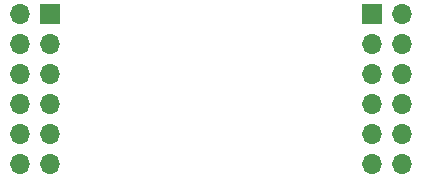
<source format=gbs>
%TF.GenerationSoftware,KiCad,Pcbnew,(6.0.5)*%
%TF.CreationDate,2024-06-23T18:03:47+02:00*%
%TF.ProjectId,pmod_level_shifter_8p,706d6f64-5f6c-4657-9665-6c5f73686966,rev?*%
%TF.SameCoordinates,Original*%
%TF.FileFunction,Soldermask,Bot*%
%TF.FilePolarity,Negative*%
%FSLAX46Y46*%
G04 Gerber Fmt 4.6, Leading zero omitted, Abs format (unit mm)*
G04 Created by KiCad (PCBNEW (6.0.5)) date 2024-06-23 18:03:47*
%MOMM*%
%LPD*%
G01*
G04 APERTURE LIST*
%ADD10R,1.700000X1.700000*%
%ADD11O,1.700000X1.700000*%
G04 APERTURE END LIST*
D10*
%TO.C,PMOD1*%
X136650000Y-88830000D03*
D11*
X136650000Y-91370000D03*
X136650000Y-93910000D03*
X136650000Y-96450000D03*
X136650000Y-98990000D03*
X136650000Y-101530000D03*
X134110000Y-88830000D03*
X134110000Y-91370000D03*
X134110000Y-93910000D03*
X134110000Y-96450000D03*
X134110000Y-98990000D03*
X134110000Y-101530000D03*
%TD*%
D10*
%TO.C,J1*%
X163875000Y-88830000D03*
D11*
X163875000Y-91370000D03*
X163875000Y-93910000D03*
X163875000Y-96450000D03*
X163875000Y-98990000D03*
X163875000Y-101530000D03*
X166415000Y-88830000D03*
X166415000Y-91370000D03*
X166415000Y-93910000D03*
X166415000Y-96450000D03*
X166415000Y-98990000D03*
X166415000Y-101530000D03*
%TD*%
M02*

</source>
